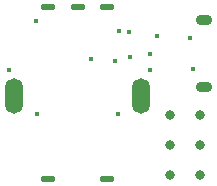
<source format=gbr>
%TF.GenerationSoftware,Altium Limited,Altium Designer,20.1.8 (145)*%
G04 Layer_Color=0*
%FSLAX45Y45*%
%MOMM*%
%TF.SameCoordinates,4CD9D56E-ABF0-4F53-8DDA-4C7987737DBE*%
%TF.FilePolarity,Positive*%
%TF.FileFunction,Plated,1,2,PTH,Drill*%
%TF.Part,Single*%
G01*
G75*
%TA.AperFunction,ComponentDrill*%
%ADD51C,0.80000*%
%ADD52O,1.40000X0.90000*%
%ADD53O,1.50000X3.00000*%
%ADD54O,1.25000X0.50000*%
%TA.AperFunction,ViaDrill,NotFilled*%
%ADD55C,0.40000*%
D51*
X1459369Y614096D02*
D03*
Y106096D02*
D03*
X1713369D02*
D03*
X1459369Y360096D02*
D03*
X1713369D02*
D03*
Y614096D02*
D03*
D52*
X1746433Y1414824D02*
D03*
Y848824D02*
D03*
D53*
X1214541Y775480D02*
D03*
X139541D02*
D03*
D54*
X427041Y75479D02*
D03*
X927041D02*
D03*
X677041Y1525480D02*
D03*
X427041D02*
D03*
X927041D02*
D03*
D55*
X1121604Y1107529D02*
D03*
X1346547Y1279881D02*
D03*
X1109158Y1314450D02*
D03*
X1291551Y1126936D02*
D03*
X1294567Y999082D02*
D03*
X1655997Y1001824D02*
D03*
X326139Y1411197D02*
D03*
X1628968Y1261824D02*
D03*
X1019466Y620092D02*
D03*
X329759Y626709D02*
D03*
X93980Y997645D02*
D03*
X1027884Y1325880D02*
D03*
X996183Y1069981D02*
D03*
X787041Y1084039D02*
D03*
%TF.MD5,e9f51a783e25042d4e12a048f635602b*%
M02*

</source>
